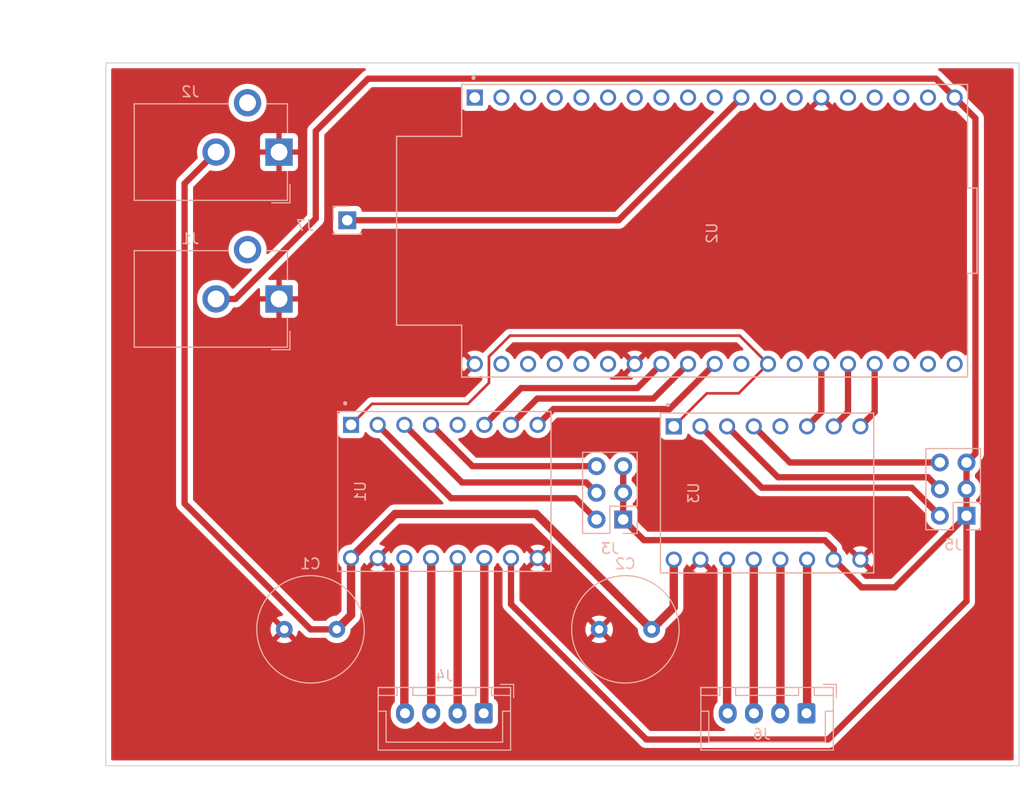
<source format=kicad_pcb>
(kicad_pcb (version 20211014) (generator pcbnew)
  (layers (0 "F.Cu" signal) (31 "B.Cu" signal) (34 "B.Paste" user) (35 "F.Paste" user) (36 "B.SilkS" user "B.Silkscreen") (37 "F.SilkS" user "F.Silkscreen") (38 "B.Mask" user) (39 "F.Mask" user) (44 "Edge.Cuts" user))
  (net 0 "")
  (net 1 "+12V")
  (net 2 "GND")
  (net 3 "+5V")
  (net 4 "Net-(J4-Pad3)")
  (net 5 "Net-(J4-Pad4)")
  (net 6 "Net-(J6-Pad3)")
  (net 7 "Net-(J6-Pad4)")
  (net 8 "PS_en")
  (net 9 "EN")
  (net 11 "M2_SLEEP")
  (net 12 "M2_STEP")
  (net 13 "M2_DIR")
  (net 33 "M1_SLEEP")
  (net 34 "M1_STEP")
  (net 35 "M1_DIR")
  (net 44 "Net-(U1-Pad4)")
  (net 45 "Net-(U1-Pad3)")
  (net 46 "Net-(U1-Pad2)")
  (net 47 "Net-(U3-Pad4)")
  (net 48 "Net-(U3-Pad3)")
  (net 49 "Net-(U3-Pad2)")
  (net 50 "Net-(U1-Pad11)")
  (net 51 "Net-(U1-Pad12)")
  (net 52 "Net-(U3-Pad11)")
  (net 53 "Net-(U3-Pad12)")
  (footprint "Connector_PinSocket_2.54mm:PinSocket_2x03_P2.54mm_Vertical" (layer "B.Cu") (at 136.29 81.525)
    (fp_text reference "J3" (at -1.27 2.77) (layer "B.SilkS") (effects (justify mirror)))
    (fp_text value "Microstep_Jumper")
    (fp_line (start -3.87 -6.41) (end 1.33 -6.41) (layer "B.SilkS") (width 0.12))
    (fp_line (start -1.27 1.33) (end -1.27 -1.27) (layer "B.SilkS") (width 0.12))
    (fp_line (start 1.33 1.33) (end 1.33 0) (layer "B.SilkS") (width 0.12))
    (fp_line (start 1.33 -1.27) (end 1.33 -6.41) (layer "B.SilkS") (width 0.12))
    (fp_line (start -1.27 -1.27) (end 1.33 -1.27) (layer "B.SilkS") (width 0.12))
    (fp_line (start -3.87 1.33) (end -1.27 1.33) (layer "B.SilkS") (width 0.12))
    (fp_line (start -3.87 1.33) (end -3.87 -6.41) (layer "B.SilkS") (width 0.12))
    (fp_line (start 0 1.33) (end 1.33 1.33) (layer "B.SilkS") (width 0.12))
    (pad "1" thru_hole rect (at 0 0) (size 1.7 1.7) (drill 1) (layers *.Cu *.Mask) (net 3 "+5V"))
    (pad "2" thru_hole oval (at -2.54 0) (size 1.7 1.7) (drill 1) (layers *.Cu *.Mask) (net 46 "Net-(U1-Pad2)"))
    (pad "3" thru_hole oval (at 0 -2.54) (size 1.7 1.7) (drill 1) (layers *.Cu *.Mask) (net 3 "+5V"))
    (pad "4" thru_hole oval (at -2.54 -2.54) (size 1.7 1.7) (drill 1) (layers *.Cu *.Mask) (net 45 "Net-(U1-Pad3)"))
    (pad "5" thru_hole oval (at 0 -5.08) (size 1.7 1.7) (drill 1) (layers *.Cu *.Mask) (net 3 "+5V"))
    (pad "6" thru_hole oval (at -2.54 -5.08) (size 1.7 1.7) (drill 1) (layers *.Cu *.Mask) (net 44 "Net-(U1-Pad4)"))
  )
  (footprint "SnapEDA Library:MODULE_ESP32-DEVKITC" (layer "B.Cu") (at 145 54 -90)
    (fp_text reference "U2" (at 0.2275 0.25 90) (layer "B.SilkS") (effects (justify mirror)))
    (fp_text value "ESP32-DEVKITC")
    (fp_line (start 13.95 24.1) (end 9 24.1) (layer "B.SilkS") (width 0.127))
    (fp_line (start -13.95 -24.1) (end -4.07 -24.1) (layer "B.SilkS") (width 0.127))
    (fp_line (start 4.06 -24.1) (end 13.95 -24.1) (layer "B.SilkS") (width 0.127))
    (fp_line (start -4.07 -25) (end 4.06 -25) (layer "B.SilkS") (width 0.127))
    (fp_line (start -9 24.1) (end -9 30.3) (layer "B.SilkS") (width 0.127))
    (fp_line (start -9 24.1) (end -13.95 24.1) (layer "B.SilkS") (width 0.127))
    (fp_line (start 4.06 -25) (end 4.06 -24.1) (layer "B.SilkS") (width 0.127))
    (fp_line (start -4.07 -24.1) (end -4.07 -25) (layer "B.SilkS") (width 0.127))
    (fp_line (start -9 30.3) (end 9 30.3) (layer "B.SilkS") (width 0.127))
    (fp_line (start 9 30.3) (end 9 24.1) (layer "B.SilkS") (width 0.127))
    (fp_line (start 13.95 -24.1) (end 13.95 24.1) (layer "B.SilkS") (width 0.127))
    (fp_line (start -13.95 24.1) (end -13.95 -24.1) (layer "B.SilkS") (width 0.127))
    (fp_circle (center -14.57 22.97) (end -14.47 22.97) (layer "B.SilkS") (width 0.2) (fill none))
    (pad "1" thru_hole rect locked (at -12.7 22.85 270) (size 1.53 1.53) (drill 1.02) (layers *.Cu *.Mask))
    (pad "2" thru_hole circle locked (at -12.7 20.31 270) (size 1.53 1.53) (drill 1.02) (layers *.Cu *.Mask))
    (pad "3" thru_hole circle locked (at -12.7 17.77 270) (size 1.53 1.53) (drill 1.02) (layers *.Cu *.Mask))
    (pad "4" thru_hole circle locked (at -12.7 15.23 270) (size 1.53 1.53) (drill 1.02) (layers *.Cu *.Mask))
    (pad "5" thru_hole circle locked (at -12.7 12.69 270) (size 1.53 1.53) (drill 1.02) (layers *.Cu *.Mask))
    (pad "6" thru_hole circle locked (at -12.7 10.15 270) (size 1.53 1.53) (drill 1.02) (layers *.Cu *.Mask))
    (pad "7" thru_hole circle locked (at -12.7 7.61 270) (size 1.53 1.53) (drill 1.02) (layers *.Cu *.Mask))
    (pad "8" thru_hole circle locked (at -12.7 5.07 270) (size 1.53 1.53) (drill 1.02) (layers *.Cu *.Mask))
    (pad "9" thru_hole circle locked (at -12.7 2.53 270) (size 1.53 1.53) (drill 1.02) (layers *.Cu *.Mask))
    (pad "10" thru_hole circle locked (at -12.7 -0.01 270) (size 1.53 1.53) (drill 1.02) (layers *.Cu *.Mask))
    (pad "11" thru_hole circle locked (at -12.7 -2.55 270) (size 1.53 1.53) (drill 1.02) (layers *.Cu *.Mask) (net 8 "PS_en"))
    (pad "12" thru_hole circle locked (at -12.7 -5.09 270) (size 1.53 1.53) (drill 1.02) (layers *.Cu *.Mask))
    (pad "13" thru_hole circle locked (at -12.7 -7.63 270) (size 1.53 1.53) (drill 1.02) (layers *.Cu *.Mask))
    (pad "14" thru_hole circle locked (at -12.7 -10.17 270) (size 1.53 1.53) (drill 1.02) (layers *.Cu *.Mask) (net 2 "GND"))
    (pad "15" thru_hole circle locked (at -12.7 -12.71 270) (size 1.53 1.53) (drill 1.02) (layers *.Cu *.Mask))
    (pad "16" thru_hole circle locked (at -12.7 -15.25 270) (size 1.53 1.53) (drill 1.02) (layers *.Cu *.Mask))
    (pad "17" thru_hole circle locked (at -12.7 -17.79 270) (size 1.53 1.53) (drill 1.02) (layers *.Cu *.Mask))
    (pad "18" thru_hole circle locked (at -12.7 -20.33 270) (size 1.53 1.53) (drill 1.02) (layers *.Cu *.Mask))
    (pad "19" thru_hole circle locked (at -12.7 -22.87 270) (size 1.53 1.53) (drill 1.02) (layers *.Cu *.Mask) (net 3 "+5V"))
    (pad "20" thru_hole circle locked (at 12.7 -22.87 270) (size 1.53 1.53) (drill 1.02) (layers *.Cu *.Mask))
    (pad "21" thru_hole circle locked (at 12.7 -20.33 270) (size 1.53 1.53) (drill 1.02) (layers *.Cu *.Mask))
    (pad "22" thru_hole circle locked (at 12.7 -17.79 270) (size 1.53 1.53) (drill 1.02) (layers *.Cu *.Mask))
    (pad "23" thru_hole circle locked (at 12.7 -15.25 270) (size 1.53 1.53) (drill 1.02) (layers *.Cu *.Mask) (net 35 "M1_DIR"))
    (pad "24" thru_hole circle locked (at 12.7 -12.71 270) (size 1.53 1.53) (drill 1.02) (layers *.Cu *.Mask) (net 34 "M1_STEP"))
    (pad "25" thru_hole circle locked (at 12.7 -10.17 270) (size 1.53 1.53) (drill 1.02) (layers *.Cu *.Mask) (net 33 "M1_SLEEP"))
    (pad "26" thru_hole circle locked (at 12.7 -7.63 270) (size 1.53 1.53) (drill 1.02) (layers *.Cu *.Mask))
    (pad "27" thru_hole circle locked (at 12.7 -5.09 270) (size 1.53 1.53) (drill 1.02) (layers *.Cu *.Mask) (net 9 "EN"))
    (pad "28" thru_hole circle locked (at 12.7 -2.55 270) (size 1.53 1.53) (drill 1.02) (layers *.Cu *.Mask))
    (pad "29" thru_hole circle locked (at 12.7 -0.01 270) (size 1.53 1.53) (drill 1.02) (layers *.Cu *.Mask) (net 13 "M2_DIR"))
    (pad "30" thru_hole circle locked (at 12.7 2.53 270) (size 1.53 1.53) (drill 1.02) (layers *.Cu *.Mask) (net 12 "M2_STEP"))
    (pad "31" thru_hole circle locked (at 12.7 5.07 270) (size 1.53 1.53) (drill 1.02) (layers *.Cu *.Mask) (net 11 "M2_SLEEP"))
    (pad "32" thru_hole circle locked (at 12.7 7.61 270) (size 1.53 1.53) (drill 1.02) (layers *.Cu *.Mask) (net 2 "GND"))
    (pad "33" thru_hole circle locked (at 12.7 10.15 270) (size 1.53 1.53) (drill 1.02) (layers *.Cu *.Mask))
    (pad "34" thru_hole circle locked (at 12.7 12.69 270) (size 1.53 1.53) (drill 1.02) (layers *.Cu *.Mask))
    (pad "35" thru_hole circle locked (at 12.7 15.23 270) (size 1.53 1.53) (drill 1.02) (layers *.Cu *.Mask))
    (pad "36" thru_hole circle locked (at 12.7 17.77 270) (size 1.53 1.53) (drill 1.02) (layers *.Cu *.Mask))
    (pad "37" thru_hole circle locked (at 12.7 20.31 270) (size 1.53 1.53) (drill 1.02) (layers *.Cu *.Mask))
    (pad "38" thru_hole circle locked (at 12.7 22.85 270) (size 1.53 1.53) (drill 1.02) (layers *.Cu *.Mask) (net 2 "GND"))
  )
  (footprint "Connector_PinSocket_2.54mm:PinSocket_2x03_P2.54mm_Vertical" (layer "B.Cu") (at 169 81.1725)
    (fp_text reference "J5" (at -1.27 2.77) (layer "B.SilkS") (effects (justify mirror)))
    (fp_text value "Microstep_Jumper")
    (fp_line (start 1.33 -1.27) (end 1.33 -6.41) (layer "B.SilkS") (width 0.12))
    (fp_line (start -1.27 1.33) (end -1.27 -1.27) (layer "B.SilkS") (width 0.12))
    (fp_line (start 0 1.33) (end 1.33 1.33) (layer "B.SilkS") (width 0.12))
    (fp_line (start -3.87 1.33) (end -3.87 -6.41) (layer "B.SilkS") (width 0.12))
    (fp_line (start -3.87 1.33) (end -1.27 1.33) (layer "B.SilkS") (width 0.12))
    (fp_line (start 1.33 1.33) (end 1.33 0) (layer "B.SilkS") (width 0.12))
    (fp_line (start -3.87 -6.41) (end 1.33 -6.41) (layer "B.SilkS") (width 0.12))
    (fp_line (start -1.27 -1.27) (end 1.33 -1.27) (layer "B.SilkS") (width 0.12))
    (pad "1" thru_hole rect (at 0 0) (size 1.7 1.7) (drill 1) (layers *.Cu *.Mask) (net 3 "+5V"))
    (pad "2" thru_hole oval (at -2.54 0) (size 1.7 1.7) (drill 1) (layers *.Cu *.Mask) (net 49 "Net-(U3-Pad2)"))
    (pad "3" thru_hole oval (at 0 -2.54) (size 1.7 1.7) (drill 1) (layers *.Cu *.Mask) (net 3 "+5V"))
    (pad "4" thru_hole oval (at -2.54 -2.54) (size 1.7 1.7) (drill 1) (layers *.Cu *.Mask) (net 48 "Net-(U3-Pad3)"))
    (pad "5" thru_hole oval (at 0 -5.08) (size 1.7 1.7) (drill 1) (layers *.Cu *.Mask) (net 3 "+5V"))
    (pad "6" thru_hole oval (at -2.54 -5.08) (size 1.7 1.7) (drill 1) (layers *.Cu *.Mask) (net 47 "Net-(U3-Pad4)"))
  )
  (footprint "Connector_PinSocket_2.54mm:PinSocket_1x01_P2.54mm_Vertical" (layer "B.Cu") (at 110 53 180)
    (fp_text reference "J7" (at 4 -0.5) (layer "B.SilkS") (effects (justify mirror)))
    (fp_text value "PowerSwitch")
    (fp_line (start -1.33 -1.21) (end -1.33 -1.33) (layer "B.SilkS") (width 0.12))
    (fp_line (start 1.33 -1.21) (end 1.33 -1.33) (layer "B.SilkS") (width 0.12))
    (fp_line (start 1.33 1.33) (end 1.33 0) (layer "B.SilkS") (width 0.12))
    (fp_line (start 0 1.33) (end 1.33 1.33) (layer "B.SilkS") (width 0.12))
    (fp_line (start -1.33 -1.33) (end 1.33 -1.33) (layer "B.SilkS") (width 0.12))
    (pad "1" thru_hole rect (at 0 0 180) (size 1.7 1.7) (drill 1) (layers *.Cu *.Mask) (net 8 "PS_en"))
  )
  (footprint "Capacitor_THT:C_Radial_D10.0mm_H16.0mm_P5.00mm" (layer "B.Cu") (at 139 92 180)
    (fp_text reference "C2" (at 2.5 6.25) (layer "B.SilkS") (effects (justify mirror)))
    (fp_text value "100uF")
    (fp_circle (center 2.5 0) (end 7.62 0) (layer "B.SilkS") (width 0.12) (fill none))
    (pad "1" thru_hole circle (at 0 0 180) (size 1.6 1.6) (drill 0.8) (layers *.Cu *.Mask) (net 1 "+12V"))
    (pad "2" thru_hole circle (at 5 0 180) (size 1.6 1.6) (drill 0.8) (layers *.Cu *.Mask) (net 2 "GND"))
  )
  (footprint "Connector_JST:JST_XH_B4B-XH-A_1x04_P2.50mm_Vertical" (layer "B.Cu") (at 153.75 100 180)
    (fp_text reference "J6" (at 4.25 -2) (layer "B.SilkS") (effects (justify mirror)))
    (fp_text value "Conn_Motor")
    (fp_line (start 8.25 2.45) (end 8.25 1.7) (layer "B.SilkS") (width 0.12))
    (fp_line (start -2.55 1.7) (end -0.75 1.7) (layer "B.SilkS") (width 0.12))
    (fp_line (start 6.75 1.7) (end 6.75 2.45) (layer "B.SilkS") (width 0.12))
    (fp_line (start 10.06 2.46) (end -2.56 2.46) (layer "B.SilkS") (width 0.12))
    (fp_line (start -2.56 2.46) (end -2.56 -3.51) (layer "B.SilkS") (width 0.12))
    (fp_line (start -2.85 2.75) (end -2.85 1.5) (layer "B.SilkS") (width 0.12))
    (fp_line (start 10.05 1.7) (end 10.05 2.45) (layer "B.SilkS") (width 0.12))
    (fp_line (start 9.3 -2.75) (end 3.75 -2.75) (layer "B.SilkS") (width 0.12))
    (fp_line (start 9.3 0.2) (end 9.3 -2.75) (layer "B.SilkS") (width 0.12))
    (fp_line (start 10.05 0.2) (end 9.3 0.2) (layer "B.SilkS") (width 0.12))
    (fp_line (start 0.75 2.45) (end 0.75 1.7) (layer "B.SilkS") (width 0.12))
    (fp_line (start -1.6 2.75) (end -2.85 2.75) (layer "B.SilkS") (width 0.12))
    (fp_line (start 8.25 1.7) (end 10.05 1.7) (layer "B.SilkS") (width 0.12))
    (fp_line (start 10.06 -3.51) (end 10.06 2.46) (layer "B.SilkS") (width 0.12))
    (fp_line (start -1.8 -2.75) (end 3.75 -2.75) (layer "B.SilkS") (width 0.12))
    (fp_line (start 0.75 1.7) (end 6.75 1.7) (layer "B.SilkS") (width 0.12))
    (fp_line (start -2.55 0.2) (end -1.8 0.2) (layer "B.SilkS") (width 0.12))
    (fp_line (start -0.75 1.7) (end -0.75 2.45) (layer "B.SilkS") (width 0.12))
    (fp_line (start 10.05 2.45) (end 8.25 2.45) (layer "B.SilkS") (width 0.12))
    (fp_line (start -2.56 -3.51) (end 10.06 -3.51) (layer "B.SilkS") (width 0.12))
    (fp_line (start -0.75 2.45) (end -2.55 2.45) (layer "B.SilkS") (width 0.12))
    (fp_line (start 6.75 2.45) (end 0.75 2.45) (layer "B.SilkS") (width 0.12))
    (fp_line (start -2.55 2.45) (end -2.55 1.7) (layer "B.SilkS") (width 0.12))
    (fp_line (start -1.8 0.2) (end -1.8 -2.75) (layer "B.SilkS") (width 0.12))
    (pad "1" thru_hole roundrect (at 0 0 180) (size 1.7 1.95) (drill 0.95) (layers *.Cu *.Mask) (roundrect_rratio 0.1470588235) (net 52 "Net-(U3-Pad11)"))
    (pad "2" thru_hole oval (at 2.5 0 180) (size 1.7 1.95) (drill 0.95) (layers *.Cu *.Mask) (net 53 "Net-(U3-Pad12)"))
    (pad "3" thru_hole oval (at 5 0 180) (size 1.7 1.95) (drill 0.95) (layers *.Cu *.Mask) (net 6 "Net-(J6-Pad3)"))
    (pad "4" thru_hole oval (at 7.5 0 180) (size 1.7 1.95) (drill 0.95) (layers *.Cu *.Mask) (net 7 "Net-(J6-Pad4)"))
  )
  (footprint "Connector_BarrelJack:BarrelJack_CUI_PJ-102AH_Horizontal" (layer "B.Cu") (at 103.5 60.5 90)
    (fp_text reference "J1" (at 5.75 -8.45) (layer "B.SilkS") (effects (justify mirror)))
    (fp_text value "Conn_01x02")
    (fp_line (start 4.6 -13.8) (end -4.6 -13.8) (layer "B.SilkS") (width 0.12))
    (fp_line (start -4.6 -13.8) (end -4.6 0.8) (layer "B.SilkS") (width 0.12))
    (fp_line (start 1.8 0.8) (end 4.6 0.8) (layer "B.SilkS") (width 0.12))
    (fp_line (start -4.84 -0.7) (end -4.84 1.04) (layer "B.SilkS") (width 0.12))
    (fp_line (start 4.6 -4.8) (end 4.6 -13.8) (layer "B.SilkS") (width 0.12))
    (fp_line (start -4.84 1.04) (end -3.1 1.04) (layer "B.SilkS") (width 0.12))
    (fp_line (start 4.6 0.8) (end 4.6 -1.2) (layer "B.SilkS") (width 0.12))
    (fp_line (start -4.6 0.8) (end -1.8 0.8) (layer "B.SilkS") (width 0.12))
    (pad "1" thru_hole rect (at 0 0 90) (size 2.6 2.6) (drill 1.6) (layers *.Cu *.Mask) (net 2 "GND"))
    (pad "2" thru_hole circle (at 0 -6 90) (size 2.6 2.6) (drill 1.6) (layers *.Cu *.Mask) (net 3 "+5V"))
    (pad "3" thru_hole circle (at 4.7 -3 90) (size 2.6 2.6) (drill 1.6) (layers *.Cu *.Mask))
  )
  (footprint "Capacitor_THT:C_Radial_D10.0mm_H16.0mm_P5.00mm" (layer "B.Cu") (at 109 92 180)
    (fp_text reference "C1" (at 2.5 6.25) (layer "B.SilkS") (effects (justify mirror)))
    (fp_text value "100uF")
    (fp_circle (center 2.5 0) (end 7.62 0) (layer "B.SilkS") (width 0.12) (fill none))
    (pad "1" thru_hole circle (at 0 0 180) (size 1.6 1.6) (drill 0.8) (layers *.Cu *.Mask) (net 1 "+12V"))
    (pad "2" thru_hole circle (at 5 0 180) (size 1.6 1.6) (drill 0.8) (layers *.Cu *.Mask) (net 2 "GND"))
  )
  (footprint "Connector_JST:JST_XH_B4B-XH-A_1x04_P2.50mm_Vertical" (layer "B.Cu") (at 123 100 180)
    (fp_text reference "J4" (at 3.75 3.55) (layer "B.SilkS") (effects (justify mirror)))
    (fp_text value "Conn_Motor")
    (fp_line (start -2.85 2.75) (end -2.85 1.5) (layer "B.SilkS") (width 0.12))
    (fp_line (start 10.05 2.45) (end 8.25 2.45) (layer "B.SilkS") (width 0.12))
    (fp_line (start -2.56 2.46) (end -2.56 -3.51) (layer "B.SilkS") (width 0.12))
    (fp_line (start 6.75 1.7) (end 6.75 2.45) (layer "B.SilkS") (width 0.12))
    (fp_line (start 8.25 2.45) (end 8.25 1.7) (layer "B.SilkS") (width 0.12))
    (fp_line (start 6.75 2.45) (end 0.75 2.45) (layer "B.SilkS") (width 0.12))
    (fp_line (start -1.6 2.75) (end -2.85 2.75) (layer "B.SilkS") (width 0.12))
    (fp_line (start -1.8 0.2) (end -1.8 -2.75) (layer "B.SilkS") (width 0.12))
    (fp_line (start 9.3 0.2) (end 9.3 -2.75) (layer "B.SilkS") (width 0.12))
    (fp_line (start 10.06 -3.51) (end 10.06 2.46) (layer "B.SilkS") (width 0.12))
    (fp_line (start -2.55 0.2) (end -1.8 0.2) (layer "B.SilkS") (width 0.12))
    (fp_line (start -2.56 -3.51) (end 10.06 -3.51) (layer "B.SilkS") (width 0.12))
    (fp_line (start -1.8 -2.75) (end 3.75 -2.75) (layer "B.SilkS") (width 0.12))
    (fp_line (start 10.05 1.7) (end 10.05 2.45) (layer "B.SilkS") (width 0.12))
    (fp_line (start 10.06 2.46) (end -2.56 2.46) (layer "B.SilkS") (width 0.12))
    (fp_line (start 9.3 -2.75) (end 3.75 -2.75) (layer "B.SilkS") (width 0.12))
    (fp_line (start -0.75 2.45) (end -2.55 2.45) (layer "B.SilkS") (width 0.12))
    (fp_line (start 8.25 1.7) (end 10.05 1.7) (layer "B.SilkS") (width 0.12))
    (fp_line (start 0.75 1.7) (end 6.75 1.7) (layer "B.SilkS") (width 0.12))
    (fp_line (start 0.75 2.45) (end 0.75 1.7) (layer "B.SilkS") (width 0.12))
    (fp_line (start -2.55 1.7) (end -0.75 1.7) (layer "B.SilkS") (width 0.12))
    (fp_line (start -2.55 2.45) (end -2.55 1.7) (layer "B.SilkS") (width 0.12))
    (fp_line (start 10.05 0.2) (end 9.3 0.2) (layer "B.SilkS") (width 0.12))
    (fp_line (start -0.75 1.7) (end -0.75 2.45) (layer "B.SilkS") (width 0.12))
    (pad "1" thru_hole roundrect (at 0 0 180) (size 1.7 1.95) (drill 0.95) (layers *.Cu *.Mask) (roundrect_rratio 0.1470588235) (net 50 "Net-(U1-Pad11)"))
    (pad "2" thru_hole oval (at 2.5 0 180) (size 1.7 1.95) (drill 0.95) (layers *.Cu *.Mask) (net 51 "Net-(U1-Pad12)"))
    (pad "3" thru_hole oval (at 5 0 180) (size 1.7 1.95) (drill 0.95) (layers *.Cu *.Mask) (net 4 "Net-(J4-Pad3)"))
    (pad "4" thru_hole oval (at 7.5 0 180) (size 1.7 1.95) (drill 0.95) (layers *.Cu *.Mask) (net 5 "Net-(J4-Pad4)"))
  )
  (footprint "SnapEDA Library:MODULE_A4988_STEPPER_MOTOR_DRIVER_CARRIER" (layer "B.Cu") (at 119.25 78.8525 -90)
    (fp_text reference "U1" (at 0 8 90) (layer "B.SilkS") (effects (justify mirror)))
    (fp_text value "A4988")
    (fp_line (start 7.62 -10.16) (end -7.62 -10.16) (layer "B.SilkS") (width 0.127))
    (fp_line (start 7.62 10.16) (end 7.62 -10.16) (layer "B.SilkS") (width 0.127))
    (fp_line (start -7.62 -10.16) (end -7.62 10.16) (layer "B.SilkS") (width 0.127))
    (fp_line (start -7.62 10.16) (end 7.62 10.16) (layer "B.SilkS") (width 0.127))
    (fp_circle (center -8.4 9.45) (end -8.3 9.45) (layer "B.SilkS") (width 0.2) (fill none))
    (pad "1" thru_hole rect locked (at -6.35 8.89 270) (size 1.53 1.53) (drill 1.02) (layers *.Cu *.Mask) (net 9 "EN"))
    (pad "2" thru_hole circle locked (at -6.35 6.35 270) (size 1.53 1.53) (drill 1.02) (layers *.Cu *.Mask) (net 46 "Net-(U1-Pad2)"))
    (pad "3" thru_hole circle locked (at -6.35 3.81 270) (size 1.53 1.53) (drill 1.02) (layers *.Cu *.Mask) (net 45 "Net-(U1-Pad3)"))
    (pad "4" thru_hole circle locked (at -6.35 1.27 270) (size 1.53 1.53) (drill 1.02) (layers *.Cu *.Mask) (net 44 "Net-(U1-Pad4)"))
    (pad "5" thru_hole circle locked (at -6.35 -1.27 270) (size 1.53 1.53) (drill 1.02) (layers *.Cu *.Mask))
    (pad "6" thru_hole circle locked (at -6.35 -3.81 270) (size 1.53 1.53) (drill 1.02) (layers *.Cu *.Mask) (net 11 "M2_SLEEP"))
    (pad "7" thru_hole circle locked (at -6.35 -6.35 270) (size 1.53 1.53) (drill 1.02) (layers *.Cu *.Mask) (net 12 "M2_STEP"))
    (pad "8" thru_hole circle locked (at -6.35 -8.89 270) (size 1.53 1.53) (drill 1.02) (layers *.Cu *.Mask) (net 13 "M2_DIR"))
    (pad "9" thru_hole circle locked (at 6.35 -8.89 270) (size 1.53 1.53) (drill 1.02) (layers *.Cu *.Mask) (net 2 "GND"))
    (pad "10" thru_hole circle locked (at 6.35 -6.35 270) (size 1.53 1.53) (drill 1.02) (layers *.Cu *.Mask) (net 3 "+5V"))
    (pad "11" thru_hole circle locked (at 6.35 -3.81 270) (size 1.53 1.53) (drill 1.02) (layers *.Cu *.Mask) (net 50 "Net-(U1-Pad11)"))
    (pad "12" thru_hole circle locked (at 6.35 -1.27 270) (size 1.53 1.53) (drill 1.02) (layers *.Cu *.Mask) (net 51 "Net-(U1-Pad12)"))
    (pad "13" thru_hole circle locked (at 6.35 1.27 270) (size 1.53 1.53) (drill 1.02) (layers *.Cu *.Mask) (net 4 "Net-(J4-Pad3)"))
    (pad "14" thru_hole circle locked (at 6.35 3.81 270) (size 1.53 1.53) (drill 1.02) (layers *.Cu *.Mask) (net 5 "Net-(J4-Pad4)"))
    (pad "15" thru_hole circle locked (at 6.35 6.35 270) (size 1.53 1.53) (drill 1.02) (layers *.Cu *.Mask) (net 2 "GND"))
    (pad "16" thru_hole circle locked (at 6.35 8.89 270) (size 1.53 1.53) (drill 1.02) (layers *.Cu *.Mask) (net 1 "+12V"))
  )
  (footprint "SnapEDA Library:MODULE_A4988_STEPPER_MOTOR_DRIVER_CARRIER" (layer "B.Cu") (at 150 79 -90)
    (fp_text reference "U3" (at 0 7 90) (layer "B.SilkS") (effects (justify mirror)))
    (fp_text value "A4988")
    (fp_line (start 7.62 10.16) (end 7.62 -10.16) (layer "B.SilkS") (width 0.127))
    (fp_line (start 7.62 -10.16) (end -7.62 -10.16) (layer "B.SilkS") (width 0.127))
    (fp_line (start -7.62 -10.16) (end -7.62 10.16) (layer "B.SilkS") (width 0.127))
    (fp_line (start -7.62 10.16) (end 7.62 10.16) (layer "B.SilkS") (width 0.127))
    (fp_circle (center -8.4 9.45) (end -8.3 9.45) (layer "B.SilkS") (width 0.2) (fill none))
    (pad "1" thru_hole rect locked (at -6.35 8.89 270) (size 1.53 1.53) (drill 1.02) (layers *.Cu *.Mask) (net 9 "EN"))
    (pad "2" thru_hole circle locked (at -6.35 6.35 270) (size 1.53 1.53) (drill 1.02) (layers *.Cu *.Mask) (net 49 "Net-(U3-Pad2)"))
    (pad "3" thru_hole circle locked (at -6.35 3.81 270) (size 1.53 1.53) (drill 1.02) (layers *.Cu *.Mask) (net 48 "Net-(U3-Pad3)"))
    (pad "4" thru_hole circle locked (at -6.35 1.27 270) (size 1.53 1.53) (drill 1.02) (layers *.Cu *.Mask) (net 47 "Net-(U3-Pad4)"))
    (pad "5" thru_hole circle locked (at -6.35 -1.27 270) (size 1.53 1.53) (drill 1.02) (layers *.Cu *.Mask))
    (pad "6" thru_hole circle locked (at -6.35 -3.81 270) (size 1.53 1.53) (drill 1.02) (layers *.Cu *.Mask) (net 33 "M1_SLEEP"))
    (pad "7" thru_hole circle locked (at -6.35 -6.35 270) (size 1.53 1.53) (drill 1.02) (layers *.Cu *.Mask) (net 34 "M1_STEP"))
    (pad "8" thru_hole circle locked (at -6.35 -8.89 270) (size 1.53 1.53) (drill 1.02) (layers *.Cu *.Mask) (net 35 "M1_DIR"))
    (pad "9" thru_hole circle locked (at 6.35 -8.89 270) (size 1.53 1.53) (drill 1.02) (layers *.Cu *.Mask) (net 2 "GND"))
    (pad "10" thru_hole circle locked (at 6.35 -6.35 270) (size 1.53 1.53) (drill 1.02) (layers *.Cu *.Mask) (net 3 "+5V"))
    (pad "11" thru_hole circle locked (at 6.35 -3.81 270) (size 1.53 1.53) (drill 1.02) (layers *.Cu *.Mask) (net 52 "Net-(U3-Pad11)"))
    (pad "12" thru_hole circle locked (at 6.35 -1.27 270) (size 1.53 1.53) (drill 1.02) (layers *.Cu *.Mask) (net 53 "Net-(U3-Pad12)"))
    (pad "13" thru_hole circle locked (at 6.35 1.27 270) (size 1.53 1.53) (drill 1.02) (layers *.Cu *.Mask) (net 6 "Net-(J6-Pad3)"))
    (pad "14" thru_hole circle locked (at 6.35 3.81 270) (size 1.53 1.53) (drill 1.02) (layers *.Cu *.Mask) (net 7 "Net-(J6-Pad4)"))
    (pad "15" thru_hole circle locked (at 6.35 6.35 270) (size 1.53 1.53) (drill 1.02) (layers *.Cu *.Mask) (net 2 "GND"))
    (pad "16" thru_hole circle locked (at 6.35 8.89 270) (size 1.53 1.53) (drill 1.02) (layers *.Cu *.Mask) (net 1 "+12V"))
  )
  (footprint "Connector_BarrelJack:BarrelJack_CUI_PJ-102AH_Horizontal" (layer "B.Cu") (at 103.5 46.5 90)
    (fp_text reference "J2" (at 5.75 -8.45) (layer "B.SilkS") (effects (justify mirror)))
    (fp_text value "Conn_01x02")
    (fp_line (start -4.6 0.8) (end -1.8 0.8) (layer "B.SilkS") (width 0.12))
    (fp_line (start -4.84 -0.7) (end -4.84 1.04) (layer "B.SilkS") (width 0.12))
    (fp_line (start 4.6 -4.8) (end 4.6 -13.8) (layer "B.SilkS") (width 0.12))
    (fp_line (start -4.6 -13.8) (end -4.6 0.8) (layer "B.SilkS") (width 0.12))
    (fp_line (start 4.6 0.8) (end 4.6 -1.2) (layer "B.SilkS") (width 0.12))
    (fp_line (start 4.6 -13.8) (end -4.6 -13.8) (layer "B.SilkS") (width 0.12))
    (fp_line (start -4.84 1.04) (end -3.1 1.04) (layer "B.SilkS") (width 0.12))
    (fp_line (start 1.8 0.8) (end 4.6 0.8) (layer "B.SilkS") (width 0.12))
    (pad "1" thru_hole rect (at 0 0 90) (size 2.6 2.6) (drill 1.6) (layers *.Cu *.Mask) (net 2 "GND"))
    (pad "2" thru_hole circle (at 0 -6 90) (size 2.6 2.6) (drill 1.6) (layers *.Cu *.Mask) (net 1 "+12V"))
    (pad "3" thru_hole circle (at 4.7 -3 90) (size 2.6 2.6) (drill 1.6) (layers *.Cu *.Mask))
  )
  (gr_line (start 174 105) (end 174 38) (layer "Edge.Cuts") (width 0.1))
  (gr_line (start 87 105) (end 174 105) (layer "Edge.Cuts") (width 0.1))
  (gr_line (start 174 38) (end 87 38) (layer "Edge.Cuts") (width 0.1))
  (gr_line (start 87 38) (end 87 105) (layer "Edge.Cuts") (width 0.1))
  (segment (start 110.36 85.2025) (end 110.36 90.64) (width 0.8) (layer "F.Cu") (net 1))
  (segment (start 106.5 92) (end 109 92) (width 0.6) (layer "F.Cu") (net 1))
  (segment (start 139 92) (end 128 81) (width 0.8) (layer "F.Cu") (net 1))
  (segment (start 141.11 85.35) (end 141.11 89.89) (width 0.8) (layer "F.Cu") (net 1))
  (segment (start 141.11 89.89) (end 139 92) (width 0.8) (layer "F.Cu") (net 1))
  (segment (start 97.5 46.5) (end 94.5 49.5) (width 0.6) (layer "F.Cu") (net 1))
  (segment (start 94.5 80) (end 106.5 92) (width 0.6) (layer "F.Cu") (net 1))
  (segment (start 114.5625 81) (end 110.36 85.2025) (width 0.8) (layer "F.Cu") (net 1))
  (segment (start 110.36 90.64) (end 109 92) (width 0.8) (layer "F.Cu") (net 1))
  (segment (start 128 81) (end 114.5625 81) (width 0.8) (layer "F.Cu") (net 1))
  (segment (start 94.5 49.5) (end 94.5 80) (width 0.6) (layer "F.Cu") (net 1))
  (segment (start 169.85 43.28) (end 167.87 41.3) (width 0.6) (layer "F.Cu") (net 3))
  (segment (start 107 52.838477) (end 107 44.5) (width 0.6) (layer "F.Cu") (net 3))
  (segment (start 156.35 84.35) (end 156.35 85.35) (width 0.6) (layer "F.Cu") (net 3))
  (segment (start 136.29 81.525) (end 138.265 83.5) (width 0.6) (layer "F.Cu") (net 3))
  (segment (start 156.35 85.35) (end 159 88) (width 0.6) (layer "F.Cu") (net 3))
  (segment (start 169 76.0925) (end 169.85 75.2425) (width 0.6) (layer "F.Cu") (net 3))
  (segment (start 162.1725 88) (end 169 81.1725) (width 0.6) (layer "F.Cu") (net 3))
  (segment (start 107 44.5) (end 112 39.5) (width 0.6) (layer "F.Cu") (net 3))
  (segment (start 138.5 102.5) (end 125.6 89.6) (width 0.6) (layer "F.Cu") (net 3))
  (segment (start 166.07 39.5) (end 167.87 41.3) (width 0.6) (layer "F.Cu") (net 3))
  (segment (start 155.81749 102.5) (end 138.5 102.5) (width 0.6) (layer "F.Cu") (net 3))
  (segment (start 155.5 83.5) (end 156.35 84.35) (width 0.6) (layer "F.Cu") (net 3))
  (segment (start 112 39.5) (end 166.07 39.5) (width 0.6) (layer "F.Cu") (net 3))
  (segment (start 125.6 89.6) (end 125.6 85.2025) (width 0.6) (layer "F.Cu") (net 3))
  (segment (start 169 89.31749) (end 155.81749 102.5) (width 0.6) (layer "F.Cu") (net 3))
  (segment (start 136.29 78.985) (end 136.29 76.445) (width 0.6) (layer "F.Cu") (net 3))
  (segment (start 138.265 83.5) (end 155.5 83.5) (width 0.6) (layer "F.Cu") (net 3))
  (segment (start 159 88) (end 162.1725 88) (width 0.6) (layer "F.Cu") (net 3))
  (segment (start 169 76.0925) (end 169 78.6325) (width 0.6) (layer "F.Cu") (net 3))
  (segment (start 169 78.6325) (end 169 81.1725) (width 0.6) (layer "F.Cu") (net 3))
  (segment (start 169 81.1725) (end 169 89.31749) (width 0.6) (layer "F.Cu") (net 3))
  (segment (start 169.85 75.2425) (end 169.85 43.28) (width 0.6) (layer "F.Cu") (net 3))
  (segment (start 97.5 60.5) (end 99.338477 60.5) (width 0.6) (layer "F.Cu") (net 3))
  (segment (start 99.338477 60.5) (end 107 52.838477) (width 0.6) (layer "F.Cu") (net 3))
  (segment (start 136.29 81.525) (end 136.29 78.985) (width 0.6) (layer "F.Cu") (net 3))
  (segment (start 118 100) (end 118 84.87) (width 0.8) (layer "F.Cu") (net 4))
  (segment (start 115.44 99.94) (end 115.5 100) (width 0.8) (layer "F.Cu") (net 5))
  (segment (start 115.44 84.85) (end 115.44 99.94) (width 0.8) (layer "F.Cu") (net 5))
  (segment (start 148.73 99.98) (end 148.75 100) (width 0.8) (layer "F.Cu") (net 6))
  (segment (start 148.73 85.35) (end 148.73 99.98) (width 0.8) (layer "F.Cu") (net 6))
  (segment (start 146.19 99.94) (end 146.25 100) (width 0.8) (layer "F.Cu") (net 7))
  (segment (start 146.19 85.35) (end 146.19 99.94) (width 0.8) (layer "F.Cu") (net 7))
  (segment (start 135.85 53) (end 147.55 41.3) (width 0.6) (layer "F.Cu") (net 8))
  (segment (start 110 53) (end 135.85 53) (width 0.6) (layer "F.Cu") (net 8))
  (segment (start 150.09 66.7) (end 147.39 64) (width 0.25) (layer "F.Cu") (net 9))
  (segment (start 123.5 68.5) (end 121.5 70.5) (width 0.25) (layer "F.Cu") (net 9))
  (segment (start 112.3625 70.5) (end 110.36 72.5025) (width 0.25) (layer "F.Cu") (net 9))
  (segment (start 144.26 69.5) (end 141.11 72.65) (width 0.25) (layer "F.Cu") (net 9))
  (segment (start 141.11 72.65) (end 141.35 72.65) (width 0.6) (layer "F.Cu") (net 9))
  (segment (start 147.39 64) (end 125.5 64) (width 0.25) (layer "F.Cu") (net 9))
  (segment (start 123.5 66) (end 123.5 68.5) (width 0.25) (layer "F.Cu") (net 9))
  (segment (start 125.5 64) (end 123.5 66) (width 0.25) (layer "F.Cu") (net 9))
  (segment (start 150.09 66.7) (end 147.29 69.5) (width 0.25) (layer "F.Cu") (net 9))
  (segment (start 121.5 70.5) (end 112.3625 70.5) (width 0.25) (layer "F.Cu") (net 9))
  (segment (start 147.29 69.5) (end 144.26 69.5) (width 0.25) (layer "F.Cu") (net 9))
  (segment (start 126.5625 69) (end 137.63 69) (width 0.6) (layer "F.Cu") (net 11))
  (segment (start 137.63 69) (end 139.93 66.7) (width 0.6) (layer "F.Cu") (net 11))
  (segment (start 123.06 72.5025) (end 126.5625 69) (width 0.6) (layer "F.Cu") (net 11))
  (segment (start 128.1025 70) (end 139.17 70) (width 0.6) (layer "F.Cu") (net 12))
  (segment (start 125.6 72.5025) (end 128.1025 70) (width 0.6) (layer "F.Cu") (net 12))
  (segment (start 139.17 70) (end 142.47 66.7) (width 0.6) (layer "F.Cu") (net 12))
  (segment (start 140.71 71) (end 145.01 66.7) (width 0.6) (layer "F.Cu") (net 13))
  (segment (start 129.6425 71) (end 140.71 71) (width 0.6) (layer "F.Cu") (net 13))
  (segment (start 128.14 72.5025) (end 129.6425 71) (width 0.6) (layer "F.Cu") (net 13))
  (segment (start 153.81 72.65) (end 155.17 71.29) (width 0.6) (layer "F.Cu") (net 33))
  (segment (start 155.17 71.29) (end 155.17 66.7) (width 0.6) (layer "F.Cu") (net 33))
  (segment (start 157.71 71.29) (end 156.35 72.65) (width 0.6) (layer "F.Cu") (net 34))
  (segment (start 157.71 66.7) (end 157.71 71.29) (width 0.6) (layer "F.Cu") (net 34))
  (segment (start 160.25 71.29) (end 158.89 72.65) (width 0.6) (layer "F.Cu") (net 35))
  (segment (start 160.25 66.7) (end 160.25 71.29) (width 0.6) (layer "F.Cu") (net 35))
  (segment (start 121.9225 76.445) (end 117.98 72.5025) (width 0.6) (layer "F.Cu") (net 44))
  (segment (start 133.75 76.445) (end 121.9225 76.445) (width 0.6) (layer "F.Cu") (net 44))
  (segment (start 120.9375 78) (end 115.44 72.5025) (width 0.6) (layer "F.Cu") (net 45))
  (segment (start 132.765 78) (end 120.9375 78) (width 0.6) (layer "F.Cu") (net 45))
  (segment (start 133.75 78.985) (end 132.765 78) (width 0.6) (layer "F.Cu") (net 45))
  (segment (start 133.75 81.525) (end 131.725 79.5) (width 0.6) (layer "F.Cu") (net 46))
  (segment (start 119.8975 79.5) (end 112.9 72.5025) (width 0.6) (layer "F.Cu") (net 46))
  (segment (start 131.725 79.5) (end 119.8975 79.5) (width 0.6) (layer "F.Cu") (net 46))
  (segment (start 152.1725 76.0925) (end 148.73 72.65) (width 0.6) (layer "F.Cu") (net 47))
  (segment (start 166.46 76.0925) (end 152.1725 76.0925) (width 0.6) (layer "F.Cu") (net 47))
  (segment (start 166.46 78.6325) (end 165.3275 77.5) (width 0.6) (layer "F.Cu") (net 48))
  (segment (start 151.04 77.5) (end 146.19 72.65) (width 0.6) (layer "F.Cu") (net 48))
  (segment (start 165.3275 77.5) (end 151.04 77.5) (width 0.6) (layer "F.Cu") (net 48))
  (segment (start 166.46 81.1725) (end 163.7875 78.5) (width 0.6) (layer "F.Cu") (net 49))
  (segment (start 149.5 78.5) (end 143.65 72.65) (width 0.6) (layer "F.Cu") (net 49))
  (segment (start 163.7875 78.5) (end 149.5 78.5) (width 0.6) (layer "F.Cu") (net 49))
  (segment (start 123.06 84.85) (end 123.06 99.94) (width 0.8) (layer "F.Cu") (net 50))
  (segment (start 123.06 99.94) (end 123 100) (width 0.8) (layer "F.Cu") (net 50))
  (segment (start 120.52 99.98) (end 120.5 100) (width 0.8) (layer "F.Cu") (net 51))
  (segment (start 120.52 84.85) (end 120.52 99.98) (width 0.8) (layer "F.Cu") (net 51))
  (segment (start 153.81 85.35) (end 153.81 99.94) (width 0.8) (layer "F.Cu") (net 52))
  (segment (start 153.81 99.94) (end 153.75 100) (width 0.8) (layer "F.Cu") (net 52))
  (segment (start 151.27 99.98) (end 151.25 100) (width 0.8) (layer "F.Cu") (net 53))
  (segment (start 151.27 85.35) (end 151.27 99.98) (width 0.8) (layer "F.Cu") (net 53))
  (zone (net 2) (net_name "GND") (layer "F.Cu") (connect_pads (clearance 0.508)) (min_thickness 0.254) (fill yes (thermal_gap 0.508) (thermal_bridge_width 0.508))
    (polygon (pts (xy 174 105) (xy 87 105) (xy 87 38) (xy 174 38)))
  )
)
</source>
